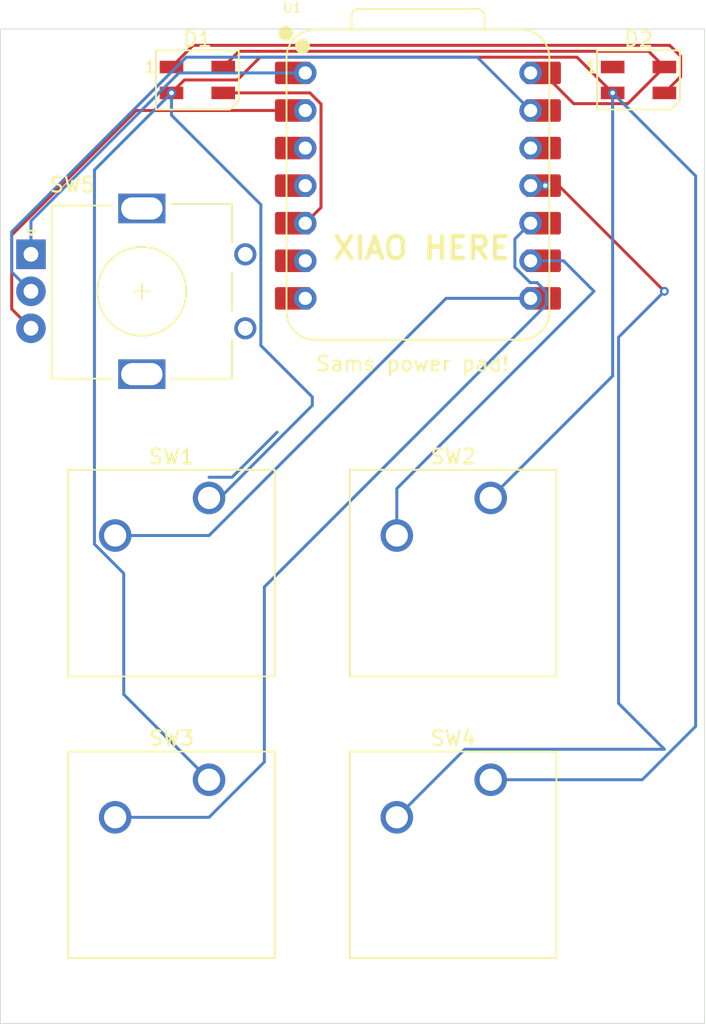
<source format=kicad_pcb>
(kicad_pcb (version 20241229) (generator "pcbnew") (generator_version "9.0")
  (layers (0 "F.Cu" signal) (2 "B.Cu" signal) (13 "F.Paste" user) (15 "B.Paste" user) (5 "F.SilkS" user "F.Silkscreen") (7 "B.SilkS" user "B.Silkscreen") (1 "F.Mask" user) (3 "B.Mask" user) (25 "Edge.Cuts" user))
  (net 0 "")
  (net 1 "+5V")
  (net 2 "Net-(D1-DIN)")
  (net 3 "Net-(D1-DOUT)")
  (net 4 "GND")
  (net 6 "Net-(U1-GPIO1{slash}RX)")
  (net 7 "Net-(U1-GPIO2{slash}SCK)")
  (net 8 "Net-(U1-GPIO4{slash}MISO)")
  (net 9 "Net-(U1-GPIO3{slash}MOSI)")
  (net 11 "Net-(U1-GPIO26{slash}ADC0{slash}A0)")
  (net 12 "Net-(U1-GPIO27{slash}ADC1{slash}A1)")
  (net 17 "Net-(U1-GND)")
  (footprint "Button_Switch_Keyboard:SW_Cherry_MX_1.00u_PCB" (layer "F.Cu") (at 235.9025 99.695)
    (property "Reference" "SW1" (at -2.54 -2.794 0) (layer "F.SilkS"))
    (property "Value" "SW_Push")
    (fp_line (start -9.525 -1.905) (end 4.445 -1.905) (stroke (width 0.12)) (layer "F.SilkS"))
    (fp_line (start -9.525 12.065) (end -9.525 -1.905) (stroke (width 0.12)) (layer "F.SilkS"))
    (fp_line (start 4.445 -1.905) (end 4.445 12.065) (stroke (width 0.12)) (layer "F.SilkS"))
    (fp_line (start 4.445 12.065) (end -9.525 12.065) (stroke (width 0.12)) (layer "F.SilkS"))
    (pad "" np_thru_hole circle (at -7.62 5.08) (size 1.7 1.7) (drill 1.7) (layers "*.Cu" "*.Mask"))
    (pad "" np_thru_hole circle (at -2.54 5.08) (size 4 4) (drill 4) (layers "*.Cu" "*.Mask"))
    (pad "" np_thru_hole circle (at 2.54 5.08) (size 1.7 1.7) (drill 1.7) (layers "*.Cu" "*.Mask"))
    (pad "1" thru_hole circle (at 0 0) (size 2.2 2.2) (drill 1.5) (layers "*.Cu" "*.Mask") (net 4 "GND"))
    (pad "2" thru_hole circle (at -6.35 2.54) (size 2.2 2.2) (drill 1.5) (layers "*.Cu" "*.Mask") (net 6 "Net-(U1-GPIO1{slash}RX)"))
  )
  (footprint "LED_SMD:LED_SK6812MINI_PLCC4_3.5x3.5mm_P1.75mm" (layer "F.Cu") (at 235.1125 71.4375)
    (property "Reference" "D1" (at 0 -2.75 0) (layer "F.SilkS"))
    (property "Value" "SK6812MINI")
    (fp_line (start -2.8 -2) (end -2.8 2) (stroke (width 0.12)) (layer "F.SilkS"))
    (fp_line (start -2.8 -2) (end 2.8 -2) (stroke (width 0.12)) (layer "F.SilkS"))
    (fp_line (start -2.8 2) (end 2.2 2) (stroke (width 0.12)) (layer "F.SilkS"))
    (fp_line (start 2.8 1.4) (end 2.2 2) (stroke (width 0.12)) (layer "F.SilkS"))
    (fp_line (start 2.8 1.4) (end 2.8 -2) (stroke (width 0.12)) (layer "F.SilkS"))
    (fp_text user "1" (at -3.2 -0.875 0) (layer "F.SilkS") (effects (font (size 0.8 0.8))))
    (pad "1" smd rect (at -1.75 -0.875) (size 1.6 0.85) (layers "F.Cu" "F.Mask" "F.Paste") (net 3 "Net-(D1-DOUT)"))
    (pad "2" smd rect (at -1.75 0.875) (size 1.6 0.85) (layers "F.Cu" "F.Mask" "F.Paste") (net 4 "GND"))
    (pad "3" smd rect (at 1.75 0.875) (size 1.6 0.85) (layers "F.Cu" "F.Mask" "F.Paste") (net 2 "Net-(D1-DIN)"))
    (pad "4" smd rect (at 1.75 -0.875) (size 1.6 0.85) (layers "F.Cu" "F.Mask" "F.Paste") (net 1 "+5V"))
  )
  (footprint "Button_Switch_Keyboard:SW_Cherry_MX_1.00u_PCB" (layer "F.Cu") (at 254.9525 99.695)
    (property "Reference" "SW2" (at -2.54 -2.794 0) (layer "F.SilkS"))
    (property "Value" "SW_Push")
    (fp_line (start -9.525 -1.905) (end 4.445 -1.905) (stroke (width 0.12)) (layer "F.SilkS"))
    (fp_line (start -9.525 12.065) (end -9.525 -1.905) (stroke (width 0.12)) (layer "F.SilkS"))
    (fp_line (start 4.445 -1.905) (end 4.445 12.065) (stroke (width 0.12)) (layer "F.SilkS"))
    (fp_line (start 4.445 12.065) (end -9.525 12.065) (stroke (width 0.12)) (layer "F.SilkS"))
    (pad "" np_thru_hole circle (at -7.62 5.08) (size 1.7 1.7) (drill 1.7) (layers "*.Cu" "*.Mask"))
    (pad "" np_thru_hole circle (at -2.54 5.08) (size 4 4) (drill 4) (layers "*.Cu" "*.Mask"))
    (pad "" np_thru_hole circle (at 2.54 5.08) (size 1.7 1.7) (drill 1.7) (layers "*.Cu" "*.Mask"))
    (pad "1" thru_hole circle (at 0 0) (size 2.2 2.2) (drill 1.5) (layers "*.Cu" "*.Mask") (net 4 "GND"))
    (pad "2" thru_hole circle (at -6.35 2.54) (size 2.2 2.2) (drill 1.5) (layers "*.Cu" "*.Mask") (net 7 "Net-(U1-GPIO2{slash}SCK)"))
  )
  (footprint "LED_SMD:LED_SK6812MINI_PLCC4_3.5x3.5mm_P1.75mm" (layer "F.Cu") (at 264.95 71.4375)
    (property "Reference" "D2" (at 0 -2.75 0) (layer "F.SilkS"))
    (property "Value" "SK6812MINI")
    (fp_line (start -2.8 -2) (end -2.8 2) (stroke (width 0.12)) (layer "F.SilkS"))
    (fp_line (start -2.8 -2) (end 2.8 -2) (stroke (width 0.12)) (layer "F.SilkS"))
    (fp_line (start -2.8 2) (end 2.2 2) (stroke (width 0.12)) (layer "F.SilkS"))
    (fp_line (start 2.8 1.4) (end 2.2 2) (stroke (width 0.12)) (layer "F.SilkS"))
    (fp_line (start 2.8 1.4) (end 2.8 -2) (stroke (width 0.12)) (layer "F.SilkS"))
    (fp_text user "1" (at -3.2 -0.875 0) (layer "F.SilkS") (effects (font (size 0.8 0.8))))
    (pad "1" smd rect (at -1.75 -0.875) (size 1.6 0.85) (layers "F.Cu" "F.Mask" "F.Paste"))
    (pad "2" smd rect (at -1.75 0.875) (size 1.6 0.85) (layers "F.Cu" "F.Mask" "F.Paste") (net 4 "GND"))
    (pad "3" smd rect (at 1.75 0.875) (size 1.6 0.85) (layers "F.Cu" "F.Mask" "F.Paste") (net 3 "Net-(D1-DOUT)"))
    (pad "4" smd rect (at 1.75 -0.875) (size 1.6 0.85) (layers "F.Cu" "F.Mask" "F.Paste") (net 1 "+5V"))
  )
  (footprint "XIAO-RP2040-DIP:XIAO-RP2040-DIP" (layer "F.Cu") (at 250.03125 78.58125)
    (property "Reference" "U1" (at -8.5 -12 0) (layer "F.SilkS") (effects (font (size 0.635 0.635) (thickness 0.1016))))
    (property "Value" "XIAO-RP2040-DIP")
    (fp_line (start -8.89 8.509) (end -8.89 -8.636) (stroke (width 0.127)) (layer "F.SilkS"))
    (fp_line (start -6.985 10.414) (end 6.985 10.414) (stroke (width 0.127)) (layer "F.SilkS"))
    (fp_line (start -4.495 -10.541) (end -4.491272 -11.451272) (stroke (width 0.127)) (layer "F.SilkS"))
    (fp_line (start -3.991272 -11.951) (end 4.004 -11.951) (stroke (width 0.127)) (layer "F.SilkS"))
    (fp_line (start 4.504 -11.451) (end 4.504 -10.541) (stroke (width 0.127)) (layer "F.SilkS"))
    (fp_line (start 6.985 -10.541) (end -6.985 -10.541) (stroke (width 0.1)) (layer "F.SilkS"))
    (fp_line (start 6.985 -10.541) (end -6.985 -10.541) (stroke (width 0.127)) (layer "F.SilkS"))
    (fp_line (start 8.89 8.509) (end 8.89 -8.636) (stroke (width 0.127)) (layer "F.SilkS"))
    (fp_arc (start -8.89 -8.636) (mid -8.332038 -9.983038) (end -6.985 -10.541) (stroke (width 0.127)) (layer "F.SilkS"))
    (fp_arc (start -6.985 10.414) (mid -8.332038 9.856038) (end -8.89 8.509) (stroke (width 0.127)) (layer "F.SilkS"))
    (fp_arc (start -4.491272 -11.451272) (mid -4.344728 -11.80464) (end -3.991272 -11.951) (stroke (width 0.127)) (layer "F.SilkS"))
    (fp_arc (start 4.004 -11.951) (mid 4.357553 -11.804553) (end 4.504 -11.451) (stroke (width 0.127)) (layer "F.SilkS"))
    (fp_arc (start 6.985 -10.541) (mid 8.332038 -9.983038) (end 8.89 -8.636) (stroke (width 0.127)) (layer "F.SilkS"))
    (fp_arc (start 8.89 8.509) (mid 8.332038 9.856038) (end 6.985 10.414) (stroke (width 0.127)) (layer "F.SilkS"))
    (fp_circle (center -8.95 -10.3) (end -8.95 -10.554) (stroke (width 0.5)) (fill yes) (layer "F.SilkS"))
    (fp_circle (center -7.807 -9.42) (end -7.807 -9.674) (stroke (width 0.5)) (fill yes) (layer "F.SilkS"))
    (pad "1" smd roundrect (at -8.455 -7.62 180) (size 2.432 1.524) (layers "F.Cu" "F.Mask") (roundrect_rratio 0.1) (net 11 "Net-(U1-GPIO26{slash}ADC0{slash}A0)"))
    (pad "1" thru_hole circle (at -7.62 -7.62 180) (size 1.524 1.524) (drill 0.889) (layers "*.Cu" "*.Mask") (net 11 "Net-(U1-GPIO26{slash}ADC0{slash}A0)"))
    (pad "2" smd roundrect (at -8.455 -5.08 180) (size 2.432 1.524) (layers "F.Cu" "F.Mask") (roundrect_rratio 0.1) (net 12 "Net-(U1-GPIO27{slash}ADC1{slash}A1)"))
    (pad "2" thru_hole circle (at -7.62 -5.08 180) (size 1.524 1.524) (drill 0.889) (layers "*.Cu" "*.Mask") (net 12 "Net-(U1-GPIO27{slash}ADC1{slash}A1)"))
    (pad "3" smd roundrect (at -8.455 -2.54 180) (size 2.432 1.524) (layers "F.Cu" "F.Mask") (roundrect_rratio 0.1))
    (pad "3" thru_hole circle (at -7.62 -2.54 180) (size 1.524 1.524) (drill 0.889) (layers "*.Cu" "*.Mask"))
    (pad "4" smd roundrect (at -8.455 0 180) (size 2.432 1.524) (layers "F.Cu" "F.Mask") (roundrect_rratio 0.1))
    (pad "4" thru_hole circle (at -7.62 0 180) (size 1.524 1.524) (drill 0.889) (layers "*.Cu" "*.Mask"))
    (pad "5" smd roundrect (at -8.455 2.54 180) (size 2.432 1.524) (layers "F.Cu" "F.Mask") (roundrect_rratio 0.1) (net 2 "Net-(D1-DIN)"))
    (pad "5" thru_hole circle (at -7.62 2.54 180) (size 1.524 1.524) (drill 0.889) (layers "*.Cu" "*.Mask") (net 2 "Net-(D1-DIN)"))
    (pad "6" smd roundrect (at -8.455 5.08 180) (size 2.432 1.524) (layers "F.Cu" "F.Mask") (roundrect_rratio 0.1))
    (pad "6" thru_hole circle (at -7.62 5.08 180) (size 1.524 1.524) (drill 0.889) (layers "*.Cu" "*.Mask"))
    (pad "7" smd roundrect (at -8.455 7.62 180) (size 2.432 1.524) (layers "F.Cu" "F.Mask") (roundrect_rratio 0.1))
    (pad "7" thru_hole circle (at -7.62 7.62 180) (size 1.524 1.524) (drill 0.889) (layers "*.Cu" "*.Mask"))
    (pad "8" thru_hole circle (at 7.62 7.62) (size 1.524 1.524) (drill 0.889) (layers "*.Cu" "*.Mask") (net 6 "Net-(U1-GPIO1{slash}RX)"))
    (pad "8" smd roundrect (at 8.455 7.62) (size 2.432 1.524) (layers "F.Cu" "F.Mask") (roundrect_rratio 0.1) (net 6 "Net-(U1-GPIO1{slash}RX)"))
    (pad "9" thru_hole circle (at 7.62 5.08) (size 1.524 1.524) (drill 0.889) (layers "*.Cu" "*.Mask") (net 7 "Net-(U1-GPIO2{slash}SCK)"))
    (pad "9" smd roundrect (at 8.455 5.08) (size 2.432 1.524) (layers "F.Cu" "F.Mask") (roundrect_rratio 0.1) (net 7 "Net-(U1-GPIO2{slash}SCK)"))
    (pad "10" thru_hole circle (at 7.62 2.54) (size 1.524 1.524) (drill 0.889) (layers "*.Cu" "*.Mask") (net 8 "Net-(U1-GPIO4{slash}MISO)"))
    (pad "10" smd roundrect (at 8.455 2.54) (size 2.432 1.524) (layers "F.Cu" "F.Mask") (roundrect_rratio 0.1) (net 8 "Net-(U1-GPIO4{slash}MISO)"))
    (pad "11" thru_hole circle (at 7.62 0) (size 1.524 1.524) (drill 0.889) (layers "*.Cu" "*.Mask") (net 9 "Net-(U1-GPIO3{slash}MOSI)"))
    (pad "11" smd roundrect (at 8.455 0) (size 2.432 1.524) (layers "F.Cu" "F.Mask") (roundrect_rratio 0.1) (net 9 "Net-(U1-GPIO3{slash}MOSI)"))
    (pad "12" thru_hole circle (at 7.62 -2.54) (size 1.524 1.524) (drill 0.889) (layers "*.Cu" "*.Mask"))
    (pad "12" smd roundrect (at 8.455 -2.54) (size 2.432 1.524) (layers "F.Cu" "F.Mask") (roundrect_rratio 0.1))
    (pad "13" thru_hole circle (at 7.62 -5.08) (size 1.524 1.524) (drill 0.889) (layers "*.Cu" "*.Mask") (net 17 "Net-(U1-GND)"))
    (pad "13" smd roundrect (at 8.455 -5.08) (size 2.432 1.524) (layers "F.Cu" "F.Mask") (roundrect_rratio 0.1) (net 17 "Net-(U1-GND)"))
    (pad "14" thru_hole circle (at 7.62 -7.62) (size 1.524 1.524) (drill 0.889) (layers "*.Cu" "*.Mask") (net 1 "+5V"))
    (pad "14" smd roundrect (at 8.455 -7.62) (size 2.432 1.524) (layers "F.Cu" "F.Mask") (roundrect_rratio 0.1) (net 1 "+5V"))
  )
  (footprint "Button_Switch_Keyboard:SW_Cherry_MX_1.00u_PCB" (layer "F.Cu") (at 254.9525 118.745)
    (property "Reference" "SW4" (at -2.54 -2.794 0) (layer "F.SilkS"))
    (property "Value" "SW_Push")
    (fp_line (start -9.525 -1.905) (end 4.445 -1.905) (stroke (width 0.12)) (layer "F.SilkS"))
    (fp_line (start -9.525 12.065) (end -9.525 -1.905) (stroke (width 0.12)) (layer "F.SilkS"))
    (fp_line (start 4.445 -1.905) (end 4.445 12.065) (stroke (width 0.12)) (layer "F.SilkS"))
    (fp_line (start 4.445 12.065) (end -9.525 12.065) (stroke (width 0.12)) (layer "F.SilkS"))
    (pad "" np_thru_hole circle (at -7.62 5.08) (size 1.7 1.7) (drill 1.7) (layers "*.Cu" "*.Mask"))
    (pad "" np_thru_hole circle (at -2.54 5.08) (size 4 4) (drill 4) (layers "*.Cu" "*.Mask"))
    (pad "" np_thru_hole circle (at 2.54 5.08) (size 1.7 1.7) (drill 1.7) (layers "*.Cu" "*.Mask"))
    (pad "1" thru_hole circle (at 0 0) (size 2.2 2.2) (drill 1.5) (layers "*.Cu" "*.Mask") (net 4 "GND"))
    (pad "2" thru_hole circle (at -6.35 2.54) (size 2.2 2.2) (drill 1.5) (layers "*.Cu" "*.Mask") (net 9 "Net-(U1-GPIO3{slash}MOSI)"))
  )
  (footprint "Rotary_Encoder:RotaryEncoder_Alps_EC11E_Vertical_H20mm" (layer "F.Cu") (at 223.85625 83.225)
    (property "Reference" "SW5" (at 2.8 -4.7 0) (layer "F.SilkS"))
    (property "Value" "RotaryEncoder")
    (fp_line (start -0.3 -1.6) (end 0.3 -1.6) (stroke (width 0.12)) (layer "F.SilkS"))
    (fp_line (start 0 -1.3) (end -0.3 -1.6) (stroke (width 0.12)) (layer "F.SilkS"))
    (fp_line (start 0.3 -1.6) (end 0 -1.3) (stroke (width 0.12)) (layer "F.SilkS"))
    (fp_line (start 1.4 -3.3) (end 1.4 8.4) (stroke (width 0.12)) (layer "F.SilkS"))
    (fp_line (start 5.5 -3.3) (end 1.4 -3.3) (stroke (width 0.12)) (layer "F.SilkS"))
    (fp_line (start 5.5 8.4) (end 1.4 8.4) (stroke (width 0.12)) (layer "F.SilkS"))
    (fp_line (start 7 2.5) (end 8 2.5) (stroke (width 0.12)) (layer "F.SilkS"))
    (fp_line (start 7.5 2) (end 7.5 3) (stroke (width 0.12)) (layer "F.SilkS"))
    (fp_line (start 9.5 -3.4) (end 13.6 -3.4) (stroke (width 0.12)) (layer "F.SilkS"))
    (fp_line (start 13.6 -3.4) (end 13.6 -0.8) (stroke (width 0.12)) (layer "F.SilkS"))
    (fp_line (start 13.6 1.2) (end 13.6 3.8) (stroke (width 0.12)) (layer "F.SilkS"))
    (fp_line (start 13.6 5.8) (end 13.6 8.4) (stroke (width 0.12)) (layer "F.SilkS"))
    (fp_line (start 13.6 8.4) (end 9.5 8.4) (stroke (width 0.12)) (layer "F.SilkS"))
    (fp_circle (center 7.5 2.5) (end 10.5 2.5) (stroke (width 0.12)) (fill no) (layer "F.SilkS"))
    (pad "" thru_hole circle (at 14.5 0) (size 1.5 1.5) (drill 1) (layers "*.Cu" "*.Mask"))
    (pad "" thru_hole circle (at 14.5 5) (size 1.5 1.5) (drill 1) (layers "*.Cu" "*.Mask"))
    (pad "A" thru_hole rect (at 0 0) (size 2 2) (drill 1) (layers "*.Cu" "*.Mask") (net 11 "Net-(U1-GPIO26{slash}ADC0{slash}A0)"))
    (pad "B" thru_hole circle (at 0 5) (size 2 2) (drill 1) (layers "*.Cu" "*.Mask") (net 12 "Net-(U1-GPIO27{slash}ADC1{slash}A1)"))
    (pad "C" thru_hole circle (at 0 2.5) (size 2 2) (drill 1) (layers "*.Cu" "*.Mask") (net 17 "Net-(U1-GND)"))
    (pad "MP" thru_hole rect (at 7.5 -3.1) (size 3.2 2) (drill oval 2.8 1.5) (layers "*.Cu" "*.Mask"))
    (pad "MP" thru_hole rect (at 7.5 8.1) (size 3.2 2) (drill oval 2.8 1.5) (layers "*.Cu" "*.Mask"))
  )
  (footprint "Button_Switch_Keyboard:SW_Cherry_MX_1.00u_PCB" (layer "F.Cu") (at 235.9025 118.745)
    (property "Reference" "SW3" (at -2.54 -2.794 0) (layer "F.SilkS"))
    (property "Value" "SW_Push")
    (fp_line (start -9.525 -1.905) (end 4.445 -1.905) (stroke (width 0.12)) (layer "F.SilkS"))
    (fp_line (start -9.525 12.065) (end -9.525 -1.905) (stroke (width 0.12)) (layer "F.SilkS"))
    (fp_line (start 4.445 -1.905) (end 4.445 12.065) (stroke (width 0.12)) (layer "F.SilkS"))
    (fp_line (start 4.445 12.065) (end -9.525 12.065) (stroke (width 0.12)) (layer "F.SilkS"))
    (pad "" np_thru_hole circle (at -7.62 5.08) (size 1.7 1.7) (drill 1.7) (layers "*.Cu" "*.Mask"))
    (pad "" np_thru_hole circle (at -2.54 5.08) (size 4 4) (drill 4) (layers "*.Cu" "*.Mask"))
    (pad "" np_thru_hole circle (at 2.54 5.08) (size 1.7 1.7) (drill 1.7) (layers "*.Cu" "*.Mask"))
    (pad "1" thru_hole circle (at 0 0) (size 2.2 2.2) (drill 1.5) (layers "*.Cu" "*.Mask") (net 4 "GND"))
    (pad "2" thru_hole circle (at -6.35 2.54) (size 2.2 2.2) (drill 1.5) (layers "*.Cu" "*.Mask") (net 8 "Net-(U1-GPIO4{slash}MISO)"))
  )
  (gr_rect (start 221.7875 67.99) (end 269.4125 135.221746) (stroke (width 0.05)) (fill no) (layer "Edge.Cuts"))
  (gr_text "Sams power pad!" (at 243.04625 91.21 0) (layer "F.SilkS") (effects (font (size 1 1)) (justify left bottom)))
  (gr_text "XIAO HERE" (at 244.12 83.68 0) (layer "F.SilkS") (effects (font (size 1.5 1.5) (thickness 0.3) (bold yes)) (justify left bottom)))
  (segment (start 240.50625 95.25) (end 237.46225 98.294) (width 0.2) (layer "B.Cu") (net 0))
  (segment (start 237.46225 98.294) (end 235.9025 98.294) (width 0.2) (layer "B.Cu") (net 0))
  (segment (start 260.5635 73.0385) (end 258.48625 70.96125) (width 0.2) (layer "F.Cu") (net 1))
  (segment (start 264.224 73.0385) (end 260.5635 73.0385) (width 0.2) (layer "F.Cu") (net 1))
  (segment (start 266.7 70.5625) (end 264.224 73.0385) (width 0.2) (layer "F.Cu") (net 1))
  (segment (start 237.92775 69.49725) (end 236.8625 70.5625) (width 0.2) (layer "F.Cu") (net 1))
  (segment (start 266.7 70.5625) (end 265.63475 69.49725) (width 0.2) (layer "F.Cu") (net 1))
  (segment (start 265.63475 69.49725) (end 237.92775 69.49725) (width 0.2) (layer "F.Cu") (net 1))
  (segment (start 243.47425 73.06094) (end 242.72581 72.3125) (width 0.2) (layer "F.Cu") (net 2))
  (segment (start 243.47425 80.05825) (end 243.47425 73.06094) (width 0.2) (layer "F.Cu") (net 2))
  (segment (start 242.72581 72.3125) (end 236.8625 72.3125) (width 0.2) (layer "F.Cu") (net 2))
  (segment (start 242.41125 81.12125) (end 243.47425 80.05825) (width 0.2) (layer "F.Cu") (net 2))
  (segment (start 267.801 71.2115) (end 267.801 69.8365) (width 0.2) (layer "F.Cu") (net 3))
  (segment (start 234.82875 69.09625) (end 233.3625 70.5625) (width 0.2) (layer "F.Cu") (net 3))
  (segment (start 267.06075 69.09625) (end 234.82875 69.09625) (width 0.2) (layer "F.Cu") (net 3))
  (segment (start 267.801 69.8365) (end 267.06075 69.09625) (width 0.2) (layer "F.Cu") (net 3))
  (segment (start 266.7 72.3125) (end 267.801 71.2115) (width 0.2) (layer "F.Cu") (net 3))
  (segment (start 260.78575 69.89825) (end 239.35375 69.89825) (width 0.2) (layer "F.Cu") (net 4))
  (segment (start 234.2375 71.4375) (end 233.3625 72.3125) (width 0.2) (layer "F.Cu") (net 4))
  (segment (start 239.35375 69.89825) (end 237.8145 71.4375) (width 0.2) (layer "F.Cu") (net 4))
  (segment (start 237.8145 71.4375) (end 234.2375 71.4375) (width 0.2) (layer "F.Cu") (net 4))
  (segment (start 263.2 72.3125) (end 260.78575 69.89825) (width 0.2) (layer "F.Cu") (net 4))
  (via (at 233.3625 72.3125) (size 0.6) (drill 0.3) (layers "F.Cu" "B.Cu") (net 4))
  (via (at 263.2 72.3125) (size 0.6) (drill 0.3) (layers "F.Cu" "B.Cu") (net 4))
  (via (at 233.3625 72.3125) (size 0.6) (drill 0.3) (layers "F.Cu" "B.Cu") (net 4))
  (segment (start 235.9025 99.695) (end 236.62835 99.695) (width 0.2) (layer "B.Cu") (net 4))
  (segment (start 235.9025 118.745) (end 230.132814 112.975314) (width 0.2) (layer "B.Cu") (net 4))
  (segment (start 230.132814 112.975314) (end 230.132814 104.796628) (width 0.2) (layer "B.Cu") (net 4))
  (segment (start 242.8875 92.86875) (end 239.40725 89.3885) (width 0.2) (layer "B.Cu") (net 4))
  (segment (start 242.8875 93.43585) (end 242.8875 92.86875) (width 0.2) (layer "B.Cu") (net 4))
  (segment (start 236.62835 99.695) (end 242.8875 93.43585) (width 0.2) (layer "B.Cu") (net 4))
  (segment (start 268.8115 115.13685) (end 268.8115 77.924) (width 0.2) (layer "B.Cu") (net 4))
  (segment (start 233.3625 73.81875) (end 233.3625 72.3125) (width 0.2) (layer "B.Cu") (net 4))
  (segment (start 228.1515 77.5235) (end 233.3625 72.3125) (width 0.2) (layer "B.Cu") (net 4))
  (segment (start 254.9525 99.695) (end 263.2 91.4475) (width 0.2) (layer "B.Cu") (net 4))
  (segment (start 263.2 91.4475) (end 263.2 72.3125) (width 0.2) (layer "B.Cu") (net 4))
  (segment (start 228.1515 102.815314) (end 228.1515 77.5235) (width 0.2) (layer "B.Cu") (net 4))
  (segment (start 239.40725 89.3885) (end 239.40725 79.8635) (width 0.2) (layer "B.Cu") (net 4))
  (segment (start 265.20335 118.745) (end 268.8115 115.13685) (width 0.2) (layer "B.Cu") (net 4))
  (segment (start 254.9525 118.745) (end 265.20335 118.745) (width 0.2) (layer "B.Cu") (net 4))
  (segment (start 268.8115 77.924) (end 263.2 72.3125) (width 0.2) (layer "B.Cu") (net 4))
  (segment (start 230.132814 104.796628) (end 228.1515 102.815314) (width 0.2) (layer "B.Cu") (net 4))
  (segment (start 239.40725 79.8635) (end 233.3625 73.81875) (width 0.2) (layer "B.Cu") (net 4))
  (segment (start 235.9025 102.235) (end 251.93625 86.20125) (width 0.2) (layer "B.Cu") (net 6))
  (segment (start 251.93625 86.20125) (end 257.65125 86.20125) (width 0.2) (layer "B.Cu") (net 6))
  (segment (start 229.5525 102.235) (end 235.9025 102.235) (width 0.2) (layer "B.Cu") (net 6))
  (segment (start 248.6025 99.06) (end 261.9375 85.725) (width 0.2) (layer "B.Cu") (net 7))
  (segment (start 259.87375 83.66125) (end 257.65125 83.66125) (width 0.2) (layer "B.Cu") (net 7))
  (segment (start 248.6025 102.235) (end 248.6025 99.06) (width 0.2) (layer "B.Cu") (net 7))
  (segment (start 261.9375 85.725) (end 259.87375 83.66125) (width 0.2) (layer "B.Cu") (net 7))
  (segment (start 256.58825 84.10156) (end 256.58825 82.18425) (width 0.2) (layer "B.Cu") (net 8))
  (segment (start 258.71425 86.64156) (end 258.71425 85.76094) (width 0.2) (layer "B.Cu") (net 8))
  (segment (start 239.6435 117.544) (end 239.6435 105.71231) (width 0.2) (layer "B.Cu") (net 8))
  (segment (start 258.71425 85.76094) (end 258.09156 85.13825) (width 0.2) (layer "B.Cu") (net 8))
  (segment (start 258.09156 85.13825) (end 257.62494 85.13825) (width 0.2) (layer "B.Cu") (net 8))
  (segment (start 239.6435 105.71231) (end 258.71425 86.64156) (width 0.2) (layer "B.Cu") (net 8))
  (segment (start 256.58825 82.18425) (end 257.65125 81.12125) (width 0.2) (layer "B.Cu") (net 8))
  (segment (start 235.9025 121.285) (end 239.6435 117.544) (width 0.2) (layer "B.Cu") (net 8))
  (segment (start 229.5525 121.285) (end 235.9025 121.285) (width 0.2) (layer "B.Cu") (net 8))
  (segment (start 257.62494 85.13825) (end 256.58825 84.10156) (width 0.2) (layer "B.Cu") (net 8))
  (segment (start 266.7 85.725) (end 259.55625 78.58125) (width 0.2) (layer "F.Cu") (net 9))
  (segment (start 259.55625 78.58125) (end 258.64575 78.58125) (width 0.2) (layer "F.Cu") (net 9))
  (via (at 258.64575 78.58125) (size 0.6) (drill 0.3) (layers "F.Cu" "B.Cu") (net 9))
  (via (at 266.7 85.725) (size 0.6) (drill 0.3) (layers "F.Cu" "B.Cu") (net 9))
  (segment (start 263.601 113.58225) (end 263.601 88.824) (width 0.2) (layer "B.Cu") (net 9))
  (segment (start 253.20625 116.68125) (end 266.7 116.68125) (width 0.2) (layer "B.Cu") (net 9))
  (segment (start 248.6025 121.285) (end 253.20625 116.68125) (width 0.2) (layer "B.Cu") (net 9))
  (segment (start 263.601 88.824) (end 266.7 85.725) (width 0.2) (layer "B.Cu") (net 9))
  (segment (start 266.7 116.68125) (end 263.601 113.58225) (width 0.2) (layer "B.Cu") (net 9))
  (segment (start 223.85625 80.968807) (end 233.863807 70.96125) (width 0.2) (layer "B.Cu") (net 11))
  (segment (start 223.85625 83.225) (end 223.85625 80.968807) (width 0.2) (layer "B.Cu") (net 11))
  (segment (start 233.863807 70.96125) (end 242.41125 70.96125) (width 0.2) (layer "B.Cu") (net 11))
  (segment (start 242.41125 73.50125) (end 230.978 73.50125) (width 0.2) (layer "F.Cu") (net 12))
  (segment (start 230.978 73.50125) (end 222.55525 81.924) (width 0.2) (layer "F.Cu") (net 12))
  (segment (start 222.55525 81.924) (end 222.55525 86.924) (width 0.2) (layer "F.Cu") (net 12))
  (segment (start 222.55525 86.924) (end 223.85625 88.225) (width 0.2) (layer "F.Cu") (net 12))
  (segment (start 234.359707 69.89825) (end 254.04825 69.89825) (width 0.2) (layer "B.Cu") (net 17))
  (segment (start 222.55525 84.424) (end 222.55525 81.702707) (width 0.2) (layer "B.Cu") (net 17))
  (segment (start 223.85625 85.725) (end 222.55525 84.424) (width 0.2) (layer "B.Cu") (net 17))
  (segment (start 254.04825 69.89825) (end 257.65125 73.50125) (width 0.2) (layer "B.Cu") (net 17))
  (segment (start 222.55525 81.702707) (end 234.359707 69.89825) (width 0.2) (layer "B.Cu") (net 17))
)
</source>
